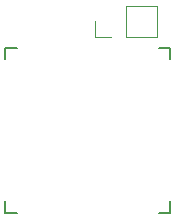
<source format=gbr>
%TF.GenerationSoftware,KiCad,Pcbnew,8.0.3*%
%TF.CreationDate,2024-09-08T13:54:04-04:00*%
%TF.ProjectId,FightPad_MICRO,46696768-7450-4616-945f-4d4943524f2e,rev?*%
%TF.SameCoordinates,Original*%
%TF.FileFunction,Legend,Top*%
%TF.FilePolarity,Positive*%
%FSLAX46Y46*%
G04 Gerber Fmt 4.6, Leading zero omitted, Abs format (unit mm)*
G04 Created by KiCad (PCBNEW 8.0.3) date 2024-09-08 13:54:04*
%MOMM*%
%LPD*%
G01*
G04 APERTURE LIST*
%ADD10C,0.150000*%
%ADD11C,0.120000*%
G04 APERTURE END LIST*
D10*
%TO.C,SW1*%
X77350000Y-51710000D02*
X77350000Y-50710000D01*
X77350000Y-64710000D02*
X78350000Y-64710000D01*
X78350000Y-50710000D02*
X77350000Y-50710000D01*
X77350000Y-64710000D02*
X77350000Y-63710000D01*
X91350000Y-63710000D02*
X91350000Y-64710000D01*
X91350000Y-50710000D02*
X90350000Y-50710000D01*
X90350000Y-64710000D02*
X91350000Y-64710000D01*
X91350000Y-50710000D02*
X91350000Y-51710000D01*
D11*
%TO.C,J1*%
X84980000Y-49830000D02*
X84980000Y-48500000D01*
X86310000Y-49830000D02*
X84980000Y-49830000D01*
X87580000Y-49830000D02*
X90180000Y-49830000D01*
X87580000Y-49830000D02*
X87580000Y-47170000D01*
X90180000Y-49830000D02*
X90180000Y-47170000D01*
X87580000Y-47170000D02*
X90180000Y-47170000D01*
%TD*%
M02*

</source>
